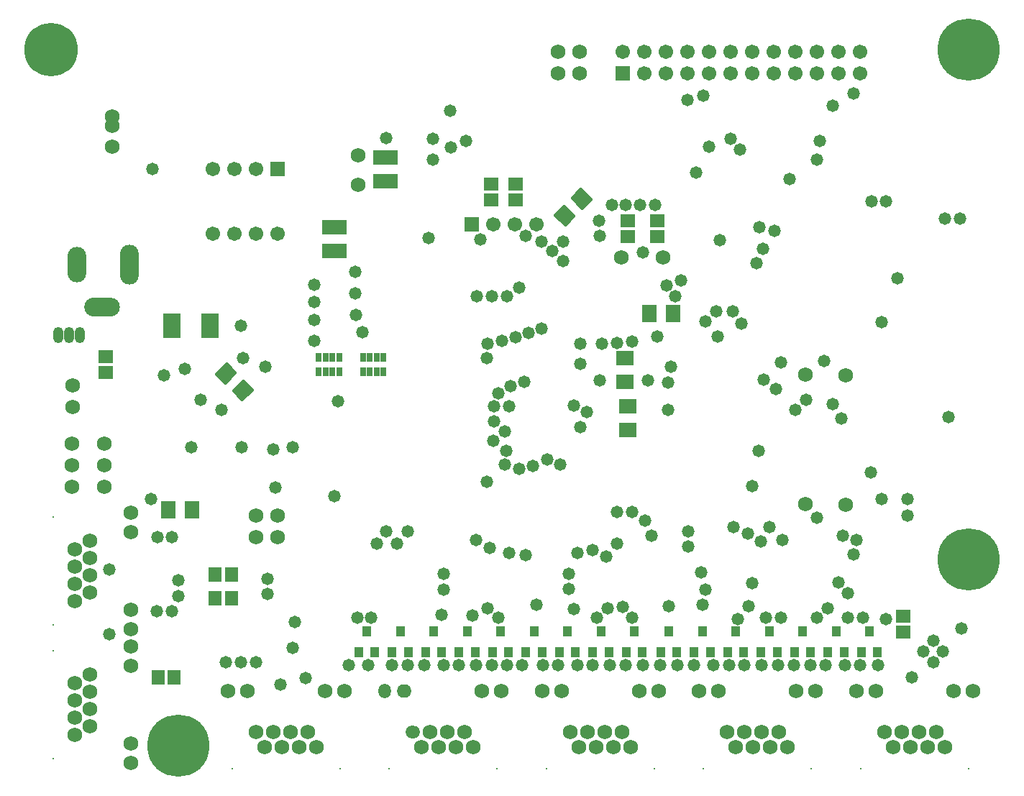
<source format=gbs>
%FSLAX23Y23*%
%MOIN*%
G70*
G01*
G75*
%ADD10C,0.010*%
%ADD11R,0.039X0.033*%
%ADD12R,0.039X0.033*%
%ADD13R,0.037X0.035*%
%ADD14R,0.037X0.035*%
%ADD15R,0.059X0.051*%
%ADD16R,0.085X0.024*%
%ADD17R,0.106X0.071*%
%ADD18R,0.049X0.014*%
%ADD19R,0.035X0.037*%
%ADD20R,0.035X0.037*%
%ADD21R,0.047X0.087*%
%ADD22R,0.047X0.087*%
%ADD23R,0.134X0.087*%
%ADD24R,0.018X0.035*%
%ADD25R,0.053X0.014*%
%ADD26R,0.087X0.024*%
%ADD27R,0.087X0.024*%
%ADD28R,0.063X0.012*%
%ADD29R,0.012X0.063*%
%ADD30R,0.035X0.018*%
%ADD31R,0.106X0.071*%
%ADD32R,0.051X0.059*%
%ADD33R,0.106X0.063*%
%ADD34R,0.063X0.071*%
%ADD35R,0.100X0.100*%
%ADD36R,0.063X0.071*%
%ADD37R,0.077X0.124*%
%ADD38R,0.120X0.220*%
%ADD39R,0.150X0.114*%
%ADD40C,0.020*%
%ADD41C,0.040*%
%ADD42C,0.060*%
%ADD43C,0.030*%
%ADD44C,0.050*%
%ADD45C,0.023*%
%ADD46C,0.080*%
%ADD47C,0.011*%
%ADD48C,0.013*%
%ADD49C,0.016*%
%ADD50C,0.047*%
%ADD51C,0.025*%
%ADD52R,0.262X0.237*%
%ADD53C,0.060*%
%ADD54C,0.059*%
%ADD55C,0.240*%
%ADD56C,0.280*%
%ADD57C,0.059*%
%ADD58O,0.157X0.079*%
%ADD59O,0.079X0.157*%
%ADD60O,0.079X0.177*%
%ADD61O,0.050X0.060*%
%ADD62O,0.060X0.055*%
%ADD63O,0.060X0.050*%
%ADD64O,0.039X0.067*%
%ADD65R,0.059X0.059*%
%ADD66R,0.059X0.059*%
%ADD67C,0.050*%
%ADD68R,0.071X0.106*%
%ADD69R,0.071X0.063*%
%ADD70R,0.071X0.063*%
%ADD71C,0.039*%
%ADD72C,0.070*%
%ADD73C,0.010*%
%ADD74C,0.008*%
%ADD75C,0.008*%
%ADD76C,0.006*%
%ADD77C,0.012*%
%ADD78C,0.006*%
%ADD79R,0.047X0.041*%
%ADD80R,0.047X0.041*%
%ADD81R,0.045X0.043*%
%ADD82R,0.045X0.043*%
%ADD83R,0.067X0.059*%
%ADD84R,0.093X0.032*%
%ADD85R,0.114X0.079*%
%ADD86R,0.057X0.022*%
%ADD87R,0.043X0.045*%
%ADD88R,0.043X0.045*%
%ADD89R,0.055X0.095*%
%ADD90R,0.055X0.095*%
%ADD91R,0.142X0.095*%
%ADD92R,0.026X0.043*%
%ADD93R,0.061X0.022*%
%ADD94R,0.095X0.032*%
%ADD95R,0.095X0.032*%
%ADD96R,0.071X0.020*%
%ADD97R,0.020X0.071*%
%ADD98R,0.043X0.026*%
%ADD99R,0.114X0.079*%
%ADD100R,0.059X0.067*%
%ADD101R,0.114X0.071*%
%ADD102R,0.071X0.079*%
%ADD103R,0.108X0.108*%
%ADD104R,0.071X0.079*%
%ADD105R,0.085X0.132*%
%ADD106R,0.128X0.228*%
%ADD107R,0.158X0.122*%
%ADD108C,0.068*%
%ADD109C,0.067*%
%ADD110C,0.248*%
%ADD111C,0.288*%
%ADD112C,0.067*%
%ADD113O,0.165X0.087*%
%ADD114O,0.087X0.165*%
%ADD115O,0.087X0.185*%
%ADD116C,0.008*%
%ADD117O,0.058X0.068*%
%ADD118O,0.068X0.063*%
%ADD119O,0.068X0.058*%
%ADD120O,0.047X0.075*%
%ADD121R,0.067X0.067*%
%ADD122R,0.067X0.067*%
%ADD123C,0.058*%
%ADD124R,0.079X0.114*%
%ADD125R,0.079X0.071*%
%ADD126R,0.079X0.071*%
D49*
X1919Y2906D02*
X1964Y2951D01*
X2003Y2912D01*
X1958Y2867D01*
X1919Y2906D01*
X1938D02*
X1964Y2932D01*
X1984Y2912D01*
X1958Y2886D01*
X1938Y2906D01*
X1957D02*
X1964Y2913D01*
X1965Y2912D01*
X1958Y2905D01*
X1957Y2906D01*
X1960Y2909D02*
X1962D01*
X1997Y2828D02*
X2042Y2873D01*
X2081Y2834D01*
X2036Y2789D01*
X1997Y2828D01*
X2016D02*
X2042Y2854D01*
X2062Y2834D01*
X2036Y2808D01*
X2016Y2828D01*
X2035D02*
X2042Y2835D01*
X2043Y2834D01*
X2036Y2827D01*
X2035Y2828D01*
X2038Y2831D02*
X2040D01*
X3606Y3761D02*
X3651Y3716D01*
X3612Y3677D01*
X3567Y3722D01*
X3606Y3761D01*
Y3742D02*
X3632Y3716D01*
X3612Y3696D01*
X3586Y3722D01*
X3606Y3742D01*
Y3723D02*
X3613Y3716D01*
X3612Y3715D01*
X3605Y3722D01*
X3606Y3723D01*
X3609Y3720D02*
Y3718D01*
X3528Y3683D02*
X3573Y3638D01*
X3534Y3599D01*
X3489Y3644D01*
X3528Y3683D01*
Y3664D02*
X3554Y3638D01*
X3534Y3618D01*
X3508Y3644D01*
X3528Y3664D01*
Y3645D02*
X3535Y3638D01*
X3534Y3637D01*
X3527Y3644D01*
X3528Y3645D01*
X3531Y3642D02*
Y3640D01*
D83*
X5100Y1708D02*
D03*
Y1782D02*
D03*
X3190Y3713D02*
D03*
Y3787D02*
D03*
X3305Y3713D02*
D03*
Y3787D02*
D03*
X1405Y2913D02*
D03*
Y2987D02*
D03*
X3960Y3543D02*
D03*
Y3617D02*
D03*
X3825Y3543D02*
D03*
Y3617D02*
D03*
D87*
X2925Y1714D02*
D03*
X2962Y1616D02*
D03*
X3700Y1714D02*
D03*
X3737Y1616D02*
D03*
X3855Y1714D02*
D03*
X3892Y1616D02*
D03*
X4635Y1714D02*
D03*
X4672Y1616D02*
D03*
X4790Y1714D02*
D03*
X4827Y1616D02*
D03*
X4945Y1714D02*
D03*
X4982Y1616D02*
D03*
X4170Y1714D02*
D03*
X4207Y1616D02*
D03*
X4325Y1714D02*
D03*
X4362Y1616D02*
D03*
X4517D02*
D03*
X4480Y1714D02*
D03*
X2615D02*
D03*
X2652Y1616D02*
D03*
X2770Y1714D02*
D03*
X2807Y1616D02*
D03*
X3080Y1714D02*
D03*
X3117Y1616D02*
D03*
X3235Y1714D02*
D03*
X3272Y1616D02*
D03*
X3390Y1714D02*
D03*
X3427Y1616D02*
D03*
X3545Y1714D02*
D03*
X3582Y1616D02*
D03*
X4015Y1714D02*
D03*
X4052Y1616D02*
D03*
D88*
X2888Y1616D02*
D03*
X3663D02*
D03*
X3818D02*
D03*
X4598D02*
D03*
X4753D02*
D03*
X4908D02*
D03*
X4133D02*
D03*
X4288D02*
D03*
X4443D02*
D03*
X2578D02*
D03*
X2733D02*
D03*
X3043D02*
D03*
X3198D02*
D03*
X3353D02*
D03*
X3508D02*
D03*
X3978D02*
D03*
D92*
X2456Y2983D02*
D03*
X2424D02*
D03*
X2393Y2983D02*
D03*
X2487Y2983D02*
D03*
X2424Y2917D02*
D03*
X2393D02*
D03*
X2456Y2917D02*
D03*
X2487Y2917D02*
D03*
X2661Y2983D02*
D03*
X2629D02*
D03*
X2598Y2983D02*
D03*
X2692Y2983D02*
D03*
X2629Y2917D02*
D03*
X2598D02*
D03*
X2661Y2917D02*
D03*
X2692Y2917D02*
D03*
D100*
X1987Y1975D02*
D03*
X1913D02*
D03*
X1987Y1865D02*
D03*
X1913D02*
D03*
X1648Y1500D02*
D03*
X1722D02*
D03*
D101*
X2700Y3910D02*
D03*
Y3800D02*
D03*
X2465Y3585D02*
D03*
Y3475D02*
D03*
D102*
X1695Y2275D02*
D03*
X1805D02*
D03*
X4035Y3185D02*
D03*
X3925D02*
D03*
D108*
X1260Y2013D02*
D03*
Y1393D02*
D03*
X1330Y1973D02*
D03*
Y1353D02*
D03*
Y1893D02*
D03*
Y1273D02*
D03*
X1260Y1853D02*
D03*
X1260Y1233D02*
D03*
X3600Y4300D02*
D03*
X3500D02*
D03*
Y4400D02*
D03*
X3600D02*
D03*
X4835Y2300D02*
D03*
Y2900D02*
D03*
X1330Y1513D02*
D03*
X1260Y1473D02*
D03*
X1330Y1433D02*
D03*
X1260Y1313D02*
D03*
X1520Y1103D02*
D03*
Y1553D02*
D03*
Y1193D02*
D03*
Y1643D02*
D03*
X1330Y2133D02*
D03*
X1260Y2093D02*
D03*
X1330Y2053D02*
D03*
X1260Y1933D02*
D03*
X1520Y1723D02*
D03*
Y2173D02*
D03*
Y1813D02*
D03*
Y2263D02*
D03*
X4649Y2901D02*
D03*
Y2301D02*
D03*
X1252Y2854D02*
D03*
Y2754D02*
D03*
X1398Y2381D02*
D03*
Y2581D02*
D03*
Y2481D02*
D03*
X1248Y2381D02*
D03*
Y2581D02*
D03*
Y2481D02*
D03*
X1970Y1435D02*
D03*
X2420D02*
D03*
X2060D02*
D03*
X2510D02*
D03*
X2380Y1175D02*
D03*
X2340Y1245D02*
D03*
X2300Y1175D02*
D03*
X2260Y1245D02*
D03*
X2220Y1175D02*
D03*
X2180Y1245D02*
D03*
X2140Y1175D02*
D03*
X2100Y1245D02*
D03*
X3149Y1435D02*
D03*
X3239D02*
D03*
X3109Y1175D02*
D03*
X3069Y1245D02*
D03*
X3029Y1175D02*
D03*
X2989Y1245D02*
D03*
X2949Y1175D02*
D03*
X2909Y1245D02*
D03*
X2869Y1175D02*
D03*
X3427Y1435D02*
D03*
X3877D02*
D03*
X3517D02*
D03*
X3967D02*
D03*
X3837Y1175D02*
D03*
X3797Y1245D02*
D03*
X3757Y1175D02*
D03*
X3717Y1245D02*
D03*
X3677Y1175D02*
D03*
X3637Y1245D02*
D03*
X3597Y1175D02*
D03*
X3557Y1245D02*
D03*
X4155Y1435D02*
D03*
X4605D02*
D03*
X4245D02*
D03*
X4695D02*
D03*
X4565Y1175D02*
D03*
X4525Y1245D02*
D03*
X4485Y1175D02*
D03*
X4445Y1245D02*
D03*
X4405Y1175D02*
D03*
X4365Y1245D02*
D03*
X4325Y1175D02*
D03*
X4285Y1245D02*
D03*
X4884Y1435D02*
D03*
X5334D02*
D03*
X4974Y1435D02*
D03*
X5424Y1435D02*
D03*
X5294Y1175D02*
D03*
X5254Y1245D02*
D03*
X5214Y1175D02*
D03*
X5174Y1245D02*
D03*
X5134Y1175D02*
D03*
X5094Y1245D02*
D03*
X5054Y1175D02*
D03*
X5014Y1245D02*
D03*
X3795Y3445D02*
D03*
X3987D02*
D03*
X2100Y2150D02*
D03*
X2200D02*
D03*
Y2250D02*
D03*
X2100D02*
D03*
X2575Y3782D02*
D03*
Y3920D02*
D03*
X1435Y3960D02*
D03*
Y4098D02*
D03*
Y4055D02*
D03*
D109*
X4900Y4400D02*
D03*
Y4300D02*
D03*
X4800Y4400D02*
D03*
Y4300D02*
D03*
X4700Y4400D02*
D03*
Y4300D02*
D03*
X4600Y4400D02*
D03*
Y4300D02*
D03*
X4500Y4400D02*
D03*
Y4300D02*
D03*
X1349Y3217D02*
D03*
X1428D02*
D03*
X1270Y3453D02*
D03*
Y3375D02*
D03*
X3200Y3600D02*
D03*
X3300D02*
D03*
X3400D02*
D03*
X3800Y4400D02*
D03*
X3900Y4300D02*
D03*
Y4400D02*
D03*
X4000Y4300D02*
D03*
Y4400D02*
D03*
X4100Y4300D02*
D03*
Y4400D02*
D03*
X4200Y4300D02*
D03*
Y4400D02*
D03*
X4300Y4300D02*
D03*
Y4400D02*
D03*
X4400Y4300D02*
D03*
Y4400D02*
D03*
D110*
X1152Y4409D02*
D03*
D111*
X1742Y1181D02*
D03*
X5404Y4409D02*
D03*
Y2047D02*
D03*
D112*
X1514Y3365D02*
D03*
Y3463D02*
D03*
X1900Y3555D02*
D03*
X2000D02*
D03*
X2100D02*
D03*
X1900Y3855D02*
D03*
X2000D02*
D03*
X2100D02*
D03*
X2200Y3555D02*
D03*
D113*
X1388Y3217D02*
D03*
D114*
X1270Y3414D02*
D03*
D115*
X1514D02*
D03*
D116*
X1990Y1075D02*
D03*
X2490D02*
D03*
X2719D02*
D03*
X3219D02*
D03*
X3447D02*
D03*
X3947D02*
D03*
X4175D02*
D03*
X4675D02*
D03*
X5404Y1075D02*
D03*
X4904D02*
D03*
X1160Y1623D02*
D03*
Y1743D02*
D03*
Y1123D02*
D03*
Y2243D02*
D03*
D117*
X2699Y1435D02*
D03*
D118*
X2789D02*
D03*
D119*
X2829Y1245D02*
D03*
D120*
X1185Y3085D02*
D03*
X1235D02*
D03*
X1285D02*
D03*
D121*
X3100Y3600D02*
D03*
X3800Y4300D02*
D03*
D122*
X2200Y3855D02*
D03*
D123*
X1420Y1700D02*
D03*
Y2000D02*
D03*
X4950Y2450D02*
D03*
X4535Y2960D02*
D03*
X1615Y2325D02*
D03*
X1675Y2900D02*
D03*
X5120Y2325D02*
D03*
X5000D02*
D03*
X5312Y2707D02*
D03*
X5120Y2250D02*
D03*
X5370Y1725D02*
D03*
X4175Y4195D02*
D03*
X4700Y3900D02*
D03*
X4715Y3985D02*
D03*
X4100Y4175D02*
D03*
X3750Y3690D02*
D03*
X4345Y3945D02*
D03*
X4300Y3995D02*
D03*
X4870Y4205D02*
D03*
X4775Y4150D02*
D03*
X1770Y2930D02*
D03*
X3800Y1825D02*
D03*
X4385Y1830D02*
D03*
X4335Y1770D02*
D03*
X3845Y1775D02*
D03*
X4015Y1830D02*
D03*
X4170Y1835D02*
D03*
X4185Y1905D02*
D03*
X4165Y1985D02*
D03*
X5020Y1770D02*
D03*
X4045Y3265D02*
D03*
X3140Y3530D02*
D03*
X3690Y3615D02*
D03*
X4070Y3340D02*
D03*
X3845Y3055D02*
D03*
X3525Y3520D02*
D03*
X3320Y3305D02*
D03*
X3705Y3045D02*
D03*
X3525Y3430D02*
D03*
X3425Y3520D02*
D03*
X3775Y3050D02*
D03*
X3475Y3475D02*
D03*
X3350Y3545D02*
D03*
X2480Y2780D02*
D03*
X3265Y3265D02*
D03*
X3125D02*
D03*
X4505Y3570D02*
D03*
X4435Y3585D02*
D03*
X4450Y3485D02*
D03*
X4420Y3420D02*
D03*
X3195Y3265D02*
D03*
X3605Y3045D02*
D03*
X3120Y2135D02*
D03*
X3185Y2100D02*
D03*
X3275Y2075D02*
D03*
X3350Y2065D02*
D03*
X3365Y3095D02*
D03*
X3425Y3115D02*
D03*
X2270Y2565D02*
D03*
X3510Y2485D02*
D03*
X3450Y2510D02*
D03*
X3385Y2480D02*
D03*
X3320Y2465D02*
D03*
X3255Y2485D02*
D03*
X3260Y2550D02*
D03*
X3635Y2730D02*
D03*
X3200Y2595D02*
D03*
X3575Y2760D02*
D03*
X3205Y2755D02*
D03*
X3255Y2640D02*
D03*
X3205Y2685D02*
D03*
X3275Y2755D02*
D03*
X3280Y2850D02*
D03*
X3225Y2815D02*
D03*
X3345Y2870D02*
D03*
X4440Y2130D02*
D03*
X4480Y2195D02*
D03*
X4380Y2165D02*
D03*
X4595Y1555D02*
D03*
X4445D02*
D03*
X4465Y1775D02*
D03*
X4740Y1555D02*
D03*
X4670D02*
D03*
X4830D02*
D03*
X4520D02*
D03*
X4535Y1775D02*
D03*
X4900Y1555D02*
D03*
X4985D02*
D03*
X4430Y2550D02*
D03*
X2280Y1755D02*
D03*
X2465Y2340D02*
D03*
X2190Y2380D02*
D03*
X2180Y2555D02*
D03*
X1740Y1875D02*
D03*
Y1950D02*
D03*
X2155Y1885D02*
D03*
Y1955D02*
D03*
X2032Y3128D02*
D03*
X1710Y2150D02*
D03*
X1645D02*
D03*
X1640Y1805D02*
D03*
X1710D02*
D03*
X1800Y2565D02*
D03*
X1845Y2785D02*
D03*
X1940Y2740D02*
D03*
X3605Y2951D02*
D03*
Y2660D02*
D03*
X3961Y3080D02*
D03*
X4010Y2739D02*
D03*
X3918Y2875D02*
D03*
X3696Y2876D02*
D03*
X4885Y2135D02*
D03*
X4700Y2240D02*
D03*
X4820Y2155D02*
D03*
X4870Y2070D02*
D03*
X4540Y2135D02*
D03*
X4400Y1935D02*
D03*
X4105Y2105D02*
D03*
Y2175D02*
D03*
X4315Y2195D02*
D03*
X3170Y2405D02*
D03*
X3775Y2265D02*
D03*
X3935Y2155D02*
D03*
X3905Y2225D02*
D03*
X3845Y2265D02*
D03*
X4800Y1940D02*
D03*
X4845Y1890D02*
D03*
X4750Y1820D02*
D03*
X4700Y1775D02*
D03*
X4845D02*
D03*
X4915D02*
D03*
X4365Y1555D02*
D03*
X4295D02*
D03*
X4220D02*
D03*
X4130D02*
D03*
X4055D02*
D03*
X3975D02*
D03*
X3895D02*
D03*
X3815D02*
D03*
X3740D02*
D03*
X3660D02*
D03*
X3590D02*
D03*
X3500D02*
D03*
X3430D02*
D03*
X3335D02*
D03*
X3265D02*
D03*
X3195D02*
D03*
X2805D02*
D03*
X2730D02*
D03*
X2620D02*
D03*
X2530D02*
D03*
X3120D02*
D03*
X3040D02*
D03*
X3170Y2980D02*
D03*
X3175Y3045D02*
D03*
X3305Y3075D02*
D03*
X3240Y3060D02*
D03*
X3775Y2120D02*
D03*
X3725Y2060D02*
D03*
X3590Y2075D02*
D03*
X3660Y2090D02*
D03*
X2805Y2175D02*
D03*
X2755Y2120D02*
D03*
X2705Y2175D02*
D03*
X2660Y2120D02*
D03*
X2880Y1555D02*
D03*
X2970D02*
D03*
X2100Y1570D02*
D03*
X2270Y1635D02*
D03*
X2145Y2940D02*
D03*
X2040Y2980D02*
D03*
X2370Y3060D02*
D03*
X2595Y3100D02*
D03*
X2370Y3240D02*
D03*
X2560Y3280D02*
D03*
X2030Y1570D02*
D03*
X2330Y1495D02*
D03*
X1960Y1570D02*
D03*
X2215Y1465D02*
D03*
X2370Y3155D02*
D03*
X2565Y3180D02*
D03*
X2370Y3320D02*
D03*
X2560Y3380D02*
D03*
X4400Y2385D02*
D03*
X5140Y1500D02*
D03*
X5195Y1620D02*
D03*
X5240Y1570D02*
D03*
X5285Y1620D02*
D03*
X5295Y3625D02*
D03*
X5365D02*
D03*
X5020Y3705D02*
D03*
X4955D02*
D03*
X4815Y2700D02*
D03*
X4775Y2765D02*
D03*
X4010Y2865D02*
D03*
X4025Y2940D02*
D03*
X5240Y1670D02*
D03*
X4455Y2880D02*
D03*
X4510Y2835D02*
D03*
X4650Y2785D02*
D03*
X4600Y2740D02*
D03*
X3695Y3545D02*
D03*
X2900Y3535D02*
D03*
X3005Y3955D02*
D03*
X4005Y3315D02*
D03*
X3895Y3470D02*
D03*
X3815Y3690D02*
D03*
X3880D02*
D03*
X3950D02*
D03*
X4250Y3525D02*
D03*
X4185Y3150D02*
D03*
X4235Y3195D02*
D03*
X4310D02*
D03*
X4240Y3080D02*
D03*
X4140Y3840D02*
D03*
X4350Y3140D02*
D03*
X3075Y3985D02*
D03*
X4200Y3960D02*
D03*
X3550Y1980D02*
D03*
Y1910D02*
D03*
X3575Y1815D02*
D03*
X3400Y1835D02*
D03*
X3175Y1820D02*
D03*
X3225Y1775D02*
D03*
X3680D02*
D03*
X3730Y1820D02*
D03*
X2970Y1980D02*
D03*
Y1905D02*
D03*
X2570Y1775D02*
D03*
X2635D02*
D03*
X3105Y1785D02*
D03*
X2960Y1790D02*
D03*
X2035Y2565D02*
D03*
X1620Y3855D02*
D03*
X2920Y3995D02*
D03*
Y3900D02*
D03*
X2705Y4000D02*
D03*
X3000Y4125D02*
D03*
X4575Y3810D02*
D03*
X4735Y2965D02*
D03*
X5075Y3350D02*
D03*
X5000Y3145D02*
D03*
D124*
X1713Y3130D02*
D03*
X1887D02*
D03*
D125*
X3810Y2980D02*
D03*
Y2870D02*
D03*
X3825Y2645D02*
D03*
D126*
Y2755D02*
D03*
M02*

</source>
